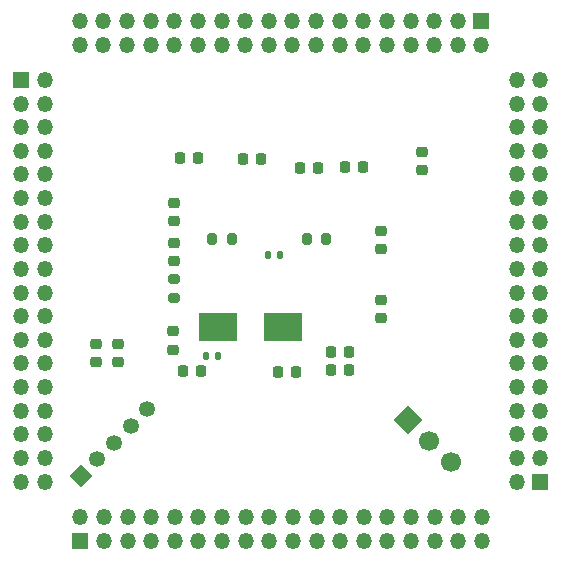
<source format=gbr>
%TF.GenerationSoftware,KiCad,Pcbnew,(5.99.0-10369-gb59bf064b4)*%
%TF.CreationDate,2021-07-27T08:06:35+02:00*%
%TF.ProjectId,stm32h7,73746d33-3268-4372-9e6b-696361645f70,rev?*%
%TF.SameCoordinates,Original*%
%TF.FileFunction,Soldermask,Bot*%
%TF.FilePolarity,Negative*%
%FSLAX46Y46*%
G04 Gerber Fmt 4.6, Leading zero omitted, Abs format (unit mm)*
G04 Created by KiCad (PCBNEW (5.99.0-10369-gb59bf064b4)) date 2021-07-27 08:06:35*
%MOMM*%
%LPD*%
G01*
G04 APERTURE LIST*
G04 Aperture macros list*
%AMRoundRect*
0 Rectangle with rounded corners*
0 $1 Rounding radius*
0 $2 $3 $4 $5 $6 $7 $8 $9 X,Y pos of 4 corners*
0 Add a 4 corners polygon primitive as box body*
4,1,4,$2,$3,$4,$5,$6,$7,$8,$9,$2,$3,0*
0 Add four circle primitives for the rounded corners*
1,1,$1+$1,$2,$3*
1,1,$1+$1,$4,$5*
1,1,$1+$1,$6,$7*
1,1,$1+$1,$8,$9*
0 Add four rect primitives between the rounded corners*
20,1,$1+$1,$2,$3,$4,$5,0*
20,1,$1+$1,$4,$5,$6,$7,0*
20,1,$1+$1,$6,$7,$8,$9,0*
20,1,$1+$1,$8,$9,$2,$3,0*%
%AMHorizOval*
0 Thick line with rounded ends*
0 $1 width*
0 $2 $3 position (X,Y) of the first rounded end (center of the circle)*
0 $4 $5 position (X,Y) of the second rounded end (center of the circle)*
0 Add line between two ends*
20,1,$1,$2,$3,$4,$5,0*
0 Add two circle primitives to create the rounded ends*
1,1,$1,$2,$3*
1,1,$1,$4,$5*%
%AMRotRect*
0 Rectangle, with rotation*
0 The origin of the aperture is its center*
0 $1 length*
0 $2 width*
0 $3 Rotation angle, in degrees counterclockwise*
0 Add horizontal line*
21,1,$1,$2,0,0,$3*%
G04 Aperture macros list end*
%ADD10R,1.350000X1.350000*%
%ADD11O,1.350000X1.350000*%
%ADD12RotRect,1.700000X1.700000X45.000000*%
%ADD13HorizOval,1.700000X0.000000X0.000000X0.000000X0.000000X0*%
%ADD14RotRect,1.350000X1.350000X135.000000*%
%ADD15HorizOval,1.350000X0.000000X0.000000X0.000000X0.000000X0*%
%ADD16RoundRect,0.200000X0.200000X0.275000X-0.200000X0.275000X-0.200000X-0.275000X0.200000X-0.275000X0*%
%ADD17RoundRect,0.225000X-0.225000X-0.250000X0.225000X-0.250000X0.225000X0.250000X-0.225000X0.250000X0*%
%ADD18RoundRect,0.225000X0.250000X-0.225000X0.250000X0.225000X-0.250000X0.225000X-0.250000X-0.225000X0*%
%ADD19RoundRect,0.225000X0.225000X0.250000X-0.225000X0.250000X-0.225000X-0.250000X0.225000X-0.250000X0*%
%ADD20RoundRect,0.225000X-0.250000X0.225000X-0.250000X-0.225000X0.250000X-0.225000X0.250000X0.225000X0*%
%ADD21RoundRect,0.200000X0.275000X-0.200000X0.275000X0.200000X-0.275000X0.200000X-0.275000X-0.200000X0*%
%ADD22RoundRect,0.140000X0.140000X0.170000X-0.140000X0.170000X-0.140000X-0.170000X0.140000X-0.170000X0*%
%ADD23R,3.325000X2.400000*%
%ADD24RoundRect,0.140000X-0.140000X-0.170000X0.140000X-0.170000X0.140000X0.170000X-0.140000X0.170000X0*%
G04 APERTURE END LIST*
D10*
%TO.C,J3*%
X57550000Y-52550000D03*
D11*
X55550000Y-52550000D03*
X57550000Y-50550000D03*
X55550000Y-50550000D03*
X57550000Y-48550000D03*
X55550000Y-48550000D03*
X57550000Y-46550000D03*
X55550000Y-46550000D03*
X57550000Y-44550000D03*
X55550000Y-44550000D03*
X57550000Y-42550000D03*
X55550000Y-42550000D03*
X57550000Y-40550000D03*
X55550000Y-40550000D03*
X57550000Y-38550000D03*
X55550000Y-38550000D03*
X57550000Y-36550000D03*
X55550000Y-36550000D03*
X57550000Y-34550000D03*
X55550000Y-34550000D03*
X57550000Y-32550000D03*
X55550000Y-32550000D03*
X57550000Y-30550000D03*
X55550000Y-30550000D03*
X57550000Y-28550000D03*
X55550000Y-28550000D03*
X57550000Y-26550000D03*
X55550000Y-26550000D03*
X57550000Y-24550000D03*
X55550000Y-24550000D03*
X57550000Y-22550000D03*
X55550000Y-22550000D03*
X57550000Y-20550000D03*
X55550000Y-20550000D03*
X57550000Y-18550000D03*
X55550000Y-18550000D03*
%TD*%
D10*
%TO.C,J2*%
X18590000Y-57550000D03*
D11*
X18590000Y-55550000D03*
X20590000Y-57550000D03*
X20590000Y-55550000D03*
X22590000Y-57550000D03*
X22590000Y-55550000D03*
X24590000Y-57550000D03*
X24590000Y-55550000D03*
X26590000Y-57550000D03*
X26590000Y-55550000D03*
X28590000Y-57550000D03*
X28590000Y-55550000D03*
X30590000Y-57550000D03*
X30590000Y-55550000D03*
X32590000Y-57550000D03*
X32590000Y-55550000D03*
X34590000Y-57550000D03*
X34590000Y-55550000D03*
X36590000Y-57550000D03*
X36590000Y-55550000D03*
X38590000Y-57550000D03*
X38590000Y-55550000D03*
X40590000Y-57550000D03*
X40590000Y-55550000D03*
X42590000Y-57550000D03*
X42590000Y-55550000D03*
X44590000Y-57550000D03*
X44590000Y-55550000D03*
X46590000Y-57550000D03*
X46590000Y-55550000D03*
X48590000Y-57550000D03*
X48590000Y-55550000D03*
X50590000Y-57550000D03*
X50590000Y-55550000D03*
X52590000Y-57550000D03*
X52590000Y-55550000D03*
%TD*%
D12*
%TO.C,SW1*%
X46350000Y-47300000D03*
D13*
X48146051Y-49096051D03*
X49942102Y-50892102D03*
%TD*%
D10*
%TO.C,J4*%
X52550000Y-13550000D03*
D11*
X52550000Y-15550000D03*
X50550000Y-13550000D03*
X50550000Y-15550000D03*
X48550000Y-13550000D03*
X48550000Y-15550000D03*
X46550000Y-13550000D03*
X46550000Y-15550000D03*
X44550000Y-13550000D03*
X44550000Y-15550000D03*
X42550000Y-13550000D03*
X42550000Y-15550000D03*
X40550000Y-13550000D03*
X40550000Y-15550000D03*
X38550000Y-13550000D03*
X38550000Y-15550000D03*
X36550000Y-13550000D03*
X36550000Y-15550000D03*
X34550000Y-13550000D03*
X34550000Y-15550000D03*
X32550000Y-13550000D03*
X32550000Y-15550000D03*
X30550000Y-13550000D03*
X30550000Y-15550000D03*
X28550000Y-13550000D03*
X28550000Y-15550000D03*
X26550000Y-13550000D03*
X26550000Y-15550000D03*
X24550000Y-13550000D03*
X24550000Y-15550000D03*
X22550000Y-13550000D03*
X22550000Y-15550000D03*
X20550000Y-13550000D03*
X20550000Y-15550000D03*
X18550000Y-13550000D03*
X18550000Y-15550000D03*
%TD*%
D14*
%TO.C,J5*%
X18621573Y-52078428D03*
D15*
X20035787Y-50664214D03*
X21450000Y-49250001D03*
X22864214Y-47835787D03*
X24278427Y-46421574D03*
%TD*%
D10*
%TO.C,J1*%
X13600000Y-18550000D03*
D11*
X15600000Y-18550000D03*
X13600000Y-20550000D03*
X15600000Y-20550000D03*
X13600000Y-22550000D03*
X15600000Y-22550000D03*
X13600000Y-24550000D03*
X15600000Y-24550000D03*
X13600000Y-26550000D03*
X15600000Y-26550000D03*
X13600000Y-28550000D03*
X15600000Y-28550000D03*
X13600000Y-30550000D03*
X15600000Y-30550000D03*
X13600000Y-32550000D03*
X15600000Y-32550000D03*
X13600000Y-34550000D03*
X15600000Y-34550000D03*
X13600000Y-36550000D03*
X15600000Y-36550000D03*
X13600000Y-38550000D03*
X15600000Y-38550000D03*
X13600000Y-40550000D03*
X15600000Y-40550000D03*
X13600000Y-42550000D03*
X15600000Y-42550000D03*
X13600000Y-44550000D03*
X15600000Y-44550000D03*
X13600000Y-46550000D03*
X15600000Y-46550000D03*
X13600000Y-48550000D03*
X15600000Y-48550000D03*
X13600000Y-50550000D03*
X15600000Y-50550000D03*
X13600000Y-52550000D03*
X15600000Y-52550000D03*
%TD*%
D16*
%TO.C,R1*%
X31425000Y-32050000D03*
X29775000Y-32050000D03*
%TD*%
%TO.C,R2*%
X39425000Y-32050000D03*
X37775000Y-32050000D03*
%TD*%
D17*
%TO.C,C10*%
X40975000Y-25950000D03*
X42525000Y-25950000D03*
%TD*%
D18*
%TO.C,C12*%
X19950000Y-42450000D03*
X19950000Y-40900000D03*
%TD*%
D19*
%TO.C,C16*%
X36875000Y-43300000D03*
X35325000Y-43300000D03*
%TD*%
%TO.C,C17*%
X41375000Y-41600000D03*
X39825000Y-41600000D03*
%TD*%
D17*
%TO.C,C7*%
X27025000Y-25150000D03*
X28575000Y-25150000D03*
%TD*%
D20*
%TO.C,C18*%
X44050000Y-31325000D03*
X44050000Y-32875000D03*
%TD*%
%TO.C,C1*%
X47500000Y-24625000D03*
X47500000Y-26175000D03*
%TD*%
D21*
%TO.C,R3*%
X26550000Y-37025000D03*
X26550000Y-35375000D03*
%TD*%
D22*
%TO.C,C4*%
X35480000Y-33350000D03*
X34520000Y-33350000D03*
%TD*%
D17*
%TO.C,C14*%
X27275000Y-43200000D03*
X28825000Y-43200000D03*
%TD*%
%TO.C,C3*%
X37175000Y-26000000D03*
X38725000Y-26000000D03*
%TD*%
D23*
%TO.C,Y1*%
X35762500Y-39450000D03*
X30237500Y-39450000D03*
%TD*%
D24*
%TO.C,C2*%
X29270000Y-41900000D03*
X30230000Y-41900000D03*
%TD*%
D18*
%TO.C,C13*%
X21750000Y-42450000D03*
X21750000Y-40900000D03*
%TD*%
D20*
%TO.C,C15*%
X44050000Y-37175000D03*
X44050000Y-38725000D03*
%TD*%
D17*
%TO.C,C9*%
X32325000Y-25200000D03*
X33875000Y-25200000D03*
%TD*%
D20*
%TO.C,C6*%
X26400000Y-39825000D03*
X26400000Y-41375000D03*
%TD*%
D18*
%TO.C,C5*%
X26550000Y-33875000D03*
X26550000Y-32325000D03*
%TD*%
D17*
%TO.C,C8*%
X39825000Y-43100000D03*
X41375000Y-43100000D03*
%TD*%
D20*
%TO.C,C11*%
X26550000Y-28925000D03*
X26550000Y-30475000D03*
%TD*%
M02*

</source>
